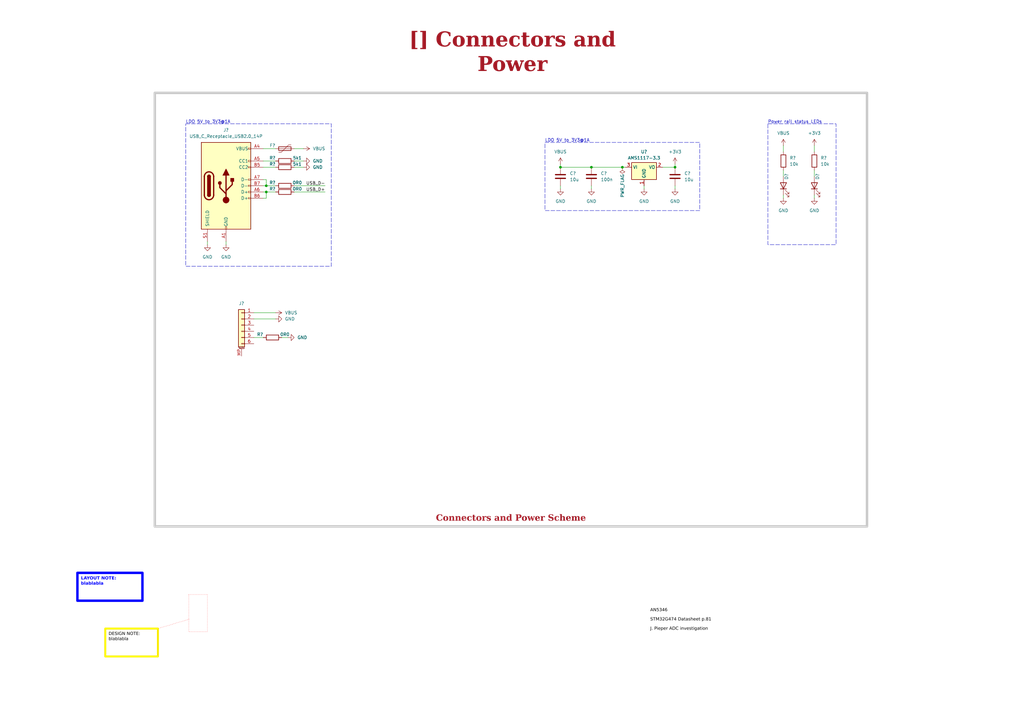
<source format=kicad_sch>
(kicad_sch (version 20231120) (generator "eeschema") (generator_version "8.0")
  (paper "A3")
  (title_block (title "Connectors and Power") (date "Last Modified Date") (rev "${REVISION}") (company "${COMPANY}"))
  (lib_symbols
    (symbol "Connector:USB_C_Receptacle_USB2.0_14P" (pin_names (offset 1.016))
      (property "Reference" "J" (at 0 22.225 0))
      (property "Value" "USB_C_Receptacle_USB2.0_14P" (at 0 19.685 0))
      (symbol "USB_C_Receptacle_USB2.0_14P_0_0"
        (rectangle (start -0.254 -17.78) (end 0.254 -16.764))
        (rectangle (start 10.16 -4.826) (end 9.144 -5.334))
        (rectangle (start 10.16 -2.286) (end 9.144 -2.794))
        (rectangle (start 10.16 0.254) (end 9.144 -0.254))
        (rectangle (start 10.16 2.794) (end 9.144 2.286))
        (rectangle (start 10.16 7.874) (end 9.144 7.366))
        (rectangle (start 10.16 10.414) (end 9.144 9.906))
        (rectangle (start 10.16 15.494) (end 9.144 14.986))
      )
      (symbol "USB_C_Receptacle_USB2.0_14P_0_1"
        (rectangle (start -10.16 17.78) (end 10.16 -17.78) (stroke (width 0.254)) (fill (type background)))
        (arc (start -8.89 -3.81) (mid -6.985 -5.7067) (end -5.08 -3.81) (stroke (width 0.508)))
        (arc (start -7.62 -3.81) (mid -6.985 -4.4423) (end -6.35 -3.81) (stroke (width 0.254)))
        (arc (start -7.62 -3.81) (mid -6.985 -4.4423) (end -6.35 -3.81) (stroke (width 0.254)) (fill (type outline)))
        (rectangle (start -7.62 -3.81) (end -6.35 3.81) (stroke (width 0.254)) (fill (type outline)))
        (arc (start -6.35 3.81) (mid -6.985 4.4423) (end -7.62 3.81) (stroke (width 0.254)))
        (arc (start -6.35 3.81) (mid -6.985 4.4423) (end -7.62 3.81) (stroke (width 0.254)) (fill (type outline)))
        (arc (start -5.08 3.81) (mid -6.985 5.7067) (end -8.89 3.81) (stroke (width 0.508)))
        (circle (center -2.54 1.143) (radius 0.635) (stroke (width 0.254)) (fill (type outline)))
        (circle (center 0 -5.842) (radius 1.27) (fill (type outline)))
        (polyline (pts (xy -8.89 -3.81) (xy -8.89 3.81)) (stroke (width 0.508)))
        (polyline (pts (xy -5.08 3.81) (xy -5.08 -3.81)) (stroke (width 0.508)))
        (polyline (pts (xy 0 -5.842) (xy 0 4.318)) (stroke (width 0.508)))
        (polyline (pts (xy 0 -3.302) (xy -2.54 -0.762) (xy -2.54 0.508)) (stroke (width 0.508)))
        (polyline (pts (xy 0 -2.032) (xy 2.54 0.508) (xy 2.54 1.778)) (stroke (width 0.508)))
        (polyline (pts (xy -1.27 4.318) (xy 0 6.858) (xy 1.27 4.318) (xy -1.27 4.318)) (stroke (width 0.254)) (fill (type outline)))
        (rectangle (start 1.905 1.778) (end 3.175 3.048) (stroke (width 0.254)) (fill (type outline)))
      )
      (symbol "USB_C_Receptacle_USB2.0_14P_1_1"
        (pin passive line (at 0 -22.86 90) (length 5.08) (name "GND") (number "A1"))
        (pin passive line (at 0 -22.86 90) (length 5.08) hide (name "GND") (number "A12"))
        (pin passive line (at 15.24 15.24 180) (length 5.08) (name "VBUS") (number "A4"))
        (pin bidirectional line (at 15.24 10.16 180) (length 5.08) (name "CC1") (number "A5"))
        (pin bidirectional line (at 15.24 -2.54 180) (length 5.08) (name "D+") (number "A6"))
        (pin bidirectional line (at 15.24 2.54 180) (length 5.08) (name "D-") (number "A7"))
        (pin passive line (at 15.24 15.24 180) (length 5.08) hide (name "VBUS") (number "A9"))
        (pin passive line (at 0 -22.86 90) (length 5.08) hide (name "GND") (number "B1"))
        (pin passive line (at 0 -22.86 90) (length 5.08) hide (name "GND") (number "B12"))
        (pin passive line (at 15.24 15.24 180) (length 5.08) hide (name "VBUS") (number "B4"))
        (pin bidirectional line (at 15.24 7.62 180) (length 5.08) (name "CC2") (number "B5"))
        (pin bidirectional line (at 15.24 -5.08 180) (length 5.08) (name "D+") (number "B6"))
        (pin bidirectional line (at 15.24 0 180) (length 5.08) (name "D-") (number "B7"))
        (pin passive line (at 15.24 15.24 180) (length 5.08) hide (name "VBUS") (number "B9"))
        (pin passive line (at -7.62 -22.86 90) (length 5.08) (name "SHIELD") (number "S1"))
      )
    )
    (symbol "Connector_Generic_MountingPin:Conn_01x06_MountingPin" (pin_names (offset 1.016) hide)
      (property "Reference" "J" (at 0 7.62 0))
      (property "Value" "Conn_01x06_MountingPin" (at 1.27 -10.16 0))
      (symbol "Conn_01x06_MountingPin_1_1"
        (rectangle (start -1.27 -7.493) (end 0 -7.747) (stroke (width 0.1524)))
        (rectangle (start -1.27 -4.953) (end 0 -5.207) (stroke (width 0.1524)))
        (rectangle (start -1.27 -2.413) (end 0 -2.667) (stroke (width 0.1524)))
        (rectangle (start -1.27 0.127) (end 0 -0.127) (stroke (width 0.1524)))
        (rectangle (start -1.27 2.667) (end 0 2.413) (stroke (width 0.1524)))
        (rectangle (start -1.27 5.207) (end 0 4.953) (stroke (width 0.1524)))
        (rectangle (start -1.27 6.35) (end 1.27 -8.89) (stroke (width 0.254)) (fill (type background)))
        (polyline (pts (xy -1.016 -9.652) (xy 1.016 -9.652)) (stroke (width 0.1524)))
        (text "Mounting" (at 0 -9.271 0) (effects (font (size 0.381 0.381))))
        (pin passive line (at -5.08 5.08 0) (length 3.81) (name "Pin_1") (number "1"))
        (pin passive line (at -5.08 2.54 0) (length 3.81) (name "Pin_2") (number "2"))
        (pin passive line (at -5.08 0 0) (length 3.81) (name "Pin_3") (number "3"))
        (pin passive line (at -5.08 -2.54 0) (length 3.81) (name "Pin_4") (number "4"))
        (pin passive line (at -5.08 -5.08 0) (length 3.81) (name "Pin_5") (number "5"))
        (pin passive line (at -5.08 -7.62 0) (length 3.81) (name "Pin_6") (number "6"))
        (pin passive line (at 0 -12.7 90) (length 3.048) (name "MountPin") (number "MP"))
      )
    )
    (symbol "Device:C" (pin_numbers hide) (pin_names (offset 0.254))
      (property "Reference" "C" (at 0.635 2.54 0))
      (property "Value" "C" (at 0.635 -2.54 0))
      (symbol "C_0_1"
        (polyline (pts (xy -2.032 -0.762) (xy 2.032 -0.762)) (stroke (width 0.508)))
        (polyline (pts (xy -2.032 0.762) (xy 2.032 0.762)) (stroke (width 0.508)))
      )
      (symbol "C_1_1"
        (pin passive line (at 0 3.81 270) (length 2.794) (name "~") (number "1"))
        (pin passive line (at 0 -3.81 90) (length 2.794) (name "~") (number "2"))
      )
    )
    (symbol "Device:LED" (pin_numbers hide) (pin_names (offset 1.016) hide)
      (property "Reference" "D" (at 0 2.54 0))
      (property "Value" "LED" (at 0 -2.54 0))
      (symbol "LED_0_1"
        (polyline (pts (xy -1.27 -1.27) (xy -1.27 1.27)) (stroke (width 0.254)))
        (polyline (pts (xy -1.27 0) (xy 1.27 0)))
        (polyline (pts (xy 1.27 -1.27) (xy 1.27 1.27) (xy -1.27 0) (xy 1.27 -1.27)) (stroke (width 0.254)))
        (polyline (pts (xy -3.048 -0.762) (xy -4.572 -2.286) (xy -3.81 -2.286) (xy -4.572 -2.286) (xy -4.572 -1.524)))
        (polyline (pts (xy -1.778 -0.762) (xy -3.302 -2.286) (xy -2.54 -2.286) (xy -3.302 -2.286) (xy -3.302 -1.524)))
      )
      (symbol "LED_1_1"
        (pin passive line (at -3.81 0 0) (length 2.54) (name "K") (number "1"))
        (pin passive line (at 3.81 0 180) (length 2.54) (name "A") (number "2"))
      )
    )
    (symbol "Device:Polyfuse" (pin_numbers hide) (pin_names (offset 0))
      (property "Reference" "F" (at -2.54 0 90))
      (property "Value" "Polyfuse" (at 2.54 0 90))
      (symbol "Polyfuse_0_1"
        (rectangle (start -0.762 2.54) (end 0.762 -2.54) (stroke (width 0.254)))
        (polyline (pts (xy 0 2.54) (xy 0 -2.54)))
        (polyline (pts (xy -1.524 2.54) (xy -1.524 1.524) (xy 1.524 -1.524) (xy 1.524 -2.54)))
      )
      (symbol "Polyfuse_1_1"
        (pin passive line (at 0 3.81 270) (length 1.27) (name "~") (number "1"))
        (pin passive line (at 0 -3.81 90) (length 1.27) (name "~") (number "2"))
      )
    )
    (symbol "Device:R" (pin_numbers hide) (pin_names (offset 0))
      (property "Reference" "R" (at 2.032 0 90))
      (property "Value" "R" (at 0 0 90))
      (symbol "R_0_1"
        (rectangle (start -1.016 -2.54) (end 1.016 2.54) (stroke (width 0.254)))
      )
      (symbol "R_1_1"
        (pin passive line (at 0 3.81 270) (length 1.27) (name "~") (number "1"))
        (pin passive line (at 0 -3.81 90) (length 1.27) (name "~") (number "2"))
      )
    )
    (symbol "Regulator_Linear:AMS1117-3.3"
      (property "Reference" "U" (at -3.81 3.175 0))
      (property "Value" "AMS1117-3.3" (at 0 3.175 0))
      (symbol "AMS1117-3.3_0_1"
        (rectangle (start -5.08 -5.08) (end 5.08 1.905) (stroke (width 0.254)) (fill (type background)))
      )
      (symbol "AMS1117-3.3_1_1"
        (pin power_in line (at 0 -7.62 90) (length 2.54) (name "GND") (number "1"))
        (pin power_out line (at 7.62 0 180) (length 2.54) (name "VO") (number "2"))
        (pin power_in line (at -7.62 0 0) (length 2.54) (name "VI") (number "3"))
      )
    )
    (symbol "power:+3V3" (power) (pin_names (offset 0))
      (property "Value" "+3V3" (at 0 3.556 0))
      (symbol "+3V3_0_1"
        (polyline (pts (xy -0.762 1.27) (xy 0 2.54)))
        (polyline (pts (xy 0 0) (xy 0 2.54)))
        (polyline (pts (xy 0 2.54) (xy 0.762 1.27)))
      )
      (symbol "+3V3_1_1"
        (pin power_in line (at 0 0 90) (length 0) hide (name "+3V3") (number "1"))
      )
    )
    (symbol "power:GND" (power) (pin_names (offset 0))
      (property "Value" "GND" (at 0 -3.81 0))
      (symbol "GND_0_1"
        (polyline (pts (xy 0 0) (xy 0 -1.27) (xy 1.27 -1.27) (xy 0 -2.54) (xy -1.27 -1.27) (xy 0 -1.27)))
      )
      (symbol "GND_1_1"
        (pin power_in line (at 0 0 270) (length 0) hide (name "GND") (number "1"))
      )
    )
    (symbol "power:PWR_FLAG" (power) (pin_numbers hide) (pin_names (offset 0) hide)
      (property "Value" "PWR_FLAG" (at 0 3.81 0))
      (symbol "PWR_FLAG_0_0"
        (pin power_out line (at 0 0 90) (length 0) (name "pwr") (number "1"))
      )
      (symbol "PWR_FLAG_0_1"
        (polyline (pts (xy 0 0) (xy 0 1.27) (xy -1.016 1.905) (xy 0 2.54) (xy 1.016 1.905) (xy 0 1.27)))
      )
    )
    (symbol "power:VBUS" (power) (pin_numbers hide) (pin_names (offset 0) hide)
      (property "Value" "VBUS" (at 0 3.556 0))
      (symbol "VBUS_0_1"
        (polyline (pts (xy -0.762 1.27) (xy 0 2.54)))
        (polyline (pts (xy 0 0) (xy 0 2.54)))
        (polyline (pts (xy 0 2.54) (xy 0.762 1.27)))
      )
      (symbol "VBUS_1_1"
        (pin power_in line (at 0 0 90) (length 0) (name "~") (number "1"))
      )
    )
  )
  (junction (at 229.87 68.58))
  (junction (at 255.27 68.58))
  (junction (at 109.22 76.2))
  (junction (at 242.57 68.58))
  (junction (at 276.86 68.58))
  (junction (at 109.22 78.74))
  (wire (pts (xy 229.87 67.31) (xy 229.87 68.58)))
  (wire (pts (xy 120.65 60.96) (xy 124.46 60.96)))
  (wire (pts (xy 321.31 80.01) (xy 321.31 81.28)))
  (wire (pts (xy 107.95 78.74) (xy 109.22 78.74)))
  (wire (pts (xy 334.01 80.01) (xy 334.01 81.28)))
  (wire (pts (xy 271.78 68.58) (xy 276.86 68.58)))
  (wire (pts (xy 276.86 76.2) (xy 276.86 77.47)))
  (wire (pts (xy 107.95 73.66) (xy 109.22 73.66)))
  (wire (pts (xy 107.95 138.43) (xy 104.14 138.43)))
  (wire (pts (xy 124.46 66.04) (xy 120.65 66.04)))
  (wire (pts (xy 255.27 68.58) (xy 256.54 68.58)))
  (wire (pts (xy 334.01 69.85) (xy 334.01 72.39)))
  (wire (pts (xy 109.22 81.28) (xy 109.22 78.74)))
  (wire (pts (xy 107.95 81.28) (xy 109.22 81.28)))
  (wire (pts (xy 107.95 66.04) (xy 113.03 66.04)))
  (wire (pts (xy 120.65 78.74) (xy 133.35 78.74)))
  (wire (pts (xy 109.22 76.2) (xy 113.03 76.2)))
  (wire (pts (xy 113.03 130.81) (xy 104.14 130.81)))
  (wire (pts (xy 334.01 59.69) (xy 334.01 62.23)))
  (wire (pts (xy 242.57 68.58) (xy 255.27 68.58)))
  (wire (pts (xy 107.95 76.2) (xy 109.22 76.2)))
  (wire (pts (xy 120.65 76.2) (xy 133.35 76.2)))
  (wire (pts (xy 276.86 67.31) (xy 276.86 68.58)))
  (wire (pts (xy 242.57 76.2) (xy 242.57 77.47)))
  (wire (pts (xy 92.71 100.33) (xy 92.71 99.06)))
  (wire (pts (xy 107.95 68.58) (xy 113.03 68.58)))
  (wire (pts (xy 229.87 76.2) (xy 229.87 77.47)))
  (wire (pts (xy 118.11 138.43) (xy 115.57 138.43)))
  (wire (pts (xy 124.46 68.58) (xy 120.65 68.58)))
  (wire (pts (xy 321.31 69.85) (xy 321.31 72.39)))
  (wire (pts (xy 85.09 100.33) (xy 85.09 99.06)))
  (polyline (pts (xy 77.47 254) (xy 64.77 257.81)) (stroke (width 0) (type dot) (color 255 0 0 1)))
  (wire (pts (xy 107.95 60.96) (xy 113.03 60.96)))
  (wire (pts (xy 321.31 59.69) (xy 321.31 62.23)))
  (wire (pts (xy 264.16 76.2) (xy 264.16 77.47)))
  (wire (pts (xy 109.22 73.66) (xy 109.22 76.2)))
  (wire (pts (xy 113.03 128.27) (xy 104.14 128.27)))
  (wire (pts (xy 109.22 78.74) (xy 113.03 78.74)))
  (wire (pts (xy 229.87 68.58) (xy 242.57 68.58)))
  (rectangle (start 77.47 243.84) (end 85.09 259.08) (stroke (width 0) (type dot) (color 255 0 0 1)))
  (rectangle (start 223.52 58.42) (end 287.02 86.36) (stroke (width 0) (type dash)))
  (rectangle (start 63.5 38.1) (end 355.6 215.9) (stroke (width 1) (color 200 200 200 1)))
  (rectangle (start 314.96 50.8) (end 342.9 100.33) (stroke (width 0) (type dash)))
  (rectangle (start 76.2 50.8) (end 135.89 109.22) (stroke (width 0) (type dash)))
  (text_box "LAYOUT NOTE:\nblablabla" (at 31.75 234.95 0) (size 26.67 11.43) (stroke (width 1) (color 0 0 255 1)) (effects (font (size 1.27 1.27) (thickness 0.4) (bold yes)) (justify left top)))
  (text_box "[${#}] ${TITLE}" (at 157.48 15.24 0) (size 105.41 12.7) (stroke (width -0.0001)) (effects (font (size 6 6) (thickness 1.2) (bold yes))))
  (text_box "Connectors and Power Scheme" (at 63.5 208.28 0) (size 292.1 7.62) (stroke (width -0.0001)) (effects (font (size 2.54 2.54) (thickness 0.508) (bold yes)) (justify bottom)))
  (text_box "DESIGN NOTE:\nblablabla" (at 43.18 257.81 0) (size 21.59 11.43) (stroke (width 0.8) (color 250 236 0 1)) (effects (font (size 1.27 1.27)) (justify left top)))
  (text "Power rail status LEDs" (at 314.96 50.8 0) (effects (font (size 1.27 1.27)) (justify left bottom)))
  (text "J. Pieper ADC investigation" (at 266.7 259.08 0) (effects (font (size 1.27 1.27)) (justify left bottom)))
  (text "LDO 5V to 3V3@1A" (at 223.52 58.42 0) (effects (font (size 1.27 1.27)) (justify left bottom)))
  (text "LDO 5V to 3V3@1A" (at 76.2 50.8 0) (effects (font (size 1.27 1.27)) (justify left bottom)))
  (text "STM32G474 Datasheet p.81" (at 266.7 255.27 0) (effects (font (size 1.27 1.27)) (justify left bottom)))
  (text "AN5346" (at 266.7 251.46 0) (effects (font (size 1.27 1.27)) (justify left bottom)))
  (label "USB_D+" (at 133.35 78.74 180))
  (label "USB_D-" (at 133.35 76.2 180))
  (symbol (lib_id "Device:R") (at 334.01 66.04 0) (unit 1)
    (property "Reference" "R?" (at 336.55 64.77 0) (effects (justify left)))
    (property "Value" "10k" (at 336.55 67.31 0) (effects (justify left)))
    (property "Footprint" "Resistor_SMD:R_0603_1608Metric" (effects (hide yes)))
  )
  (symbol (lib_id "Device:R") (at 321.31 66.04 0) (unit 1)
    (property "Reference" "R?" (at 323.85 64.77 0) (effects (justify left)))
    (property "Value" "10k" (at 323.85 67.31 0) (effects (justify left)))
    (property "Footprint" "Resistor_SMD:R_0603_1608Metric" (effects (hide yes)))
  )
  (symbol (lib_id "power:GND") (at 92.71 100.33 0) (unit 1)
    (property "Reference" "#PWR02" (effects (hide yes)))
    (property "Value" "GND" (at 92.71 105.41 0))
  )
  (symbol (lib_id "Device:R") (at 116.84 68.58 90) (unit 1)
    (property "Reference" "R?" (at 111.76 67.31 90))
    (property "Value" "5k1" (at 121.92 67.31 90))
    (property "Footprint" "Resistor_SMD:R_0603_1608Metric" (effects (hide yes)))
  )
  (symbol (lib_id "power:GND") (at 118.11 138.43 90) (unit 1)
    (property "Reference" "#PWR018" (effects (hide yes)))
    (property "Value" "GND" (at 121.92 138.4299 90) (effects (justify right)))
  )
  (symbol (lib_id "power:GND") (at 113.03 130.81 90) (unit 1)
    (property "Reference" "#PWR017" (effects (hide yes)))
    (property "Value" "GND" (at 116.84 130.8099 90) (effects (justify right)))
  )
  (symbol (lib_id "Connector:USB_C_Receptacle_USB2.0_14P") (at 92.71 76.2 0) (unit 1)
    (property "Reference" "J?" (at 92.71 53.34 0))
    (property "Value" "USB_C_Receptacle_USB2.0_14P" (at 92.71 55.88 0))
    (property "Datasheet" "https://www.usb.org/sites/default/files/documents/usb_type-c.zip" (effects (hide yes)))
    (property "Description" "USB 2.0-only 14P Type-C Receptacle connector" (effects (hide yes)))
  )
  (symbol (lib_id "power:VBUS") (at 229.87 67.31 0) (unit 1)
    (property "Reference" "#PWR06" (effects (hide yes)))
    (property "Value" "VBUS" (at 229.87 62.23 0))
    (property "Description" "Power symbol creates a global label with name \"VBUS\"" (effects (hide yes)))
  )
  (symbol (lib_id "power:GND") (at 264.16 77.47 0) (unit 1)
    (property "Reference" "#PWR09" (effects (hide yes)))
    (property "Value" "GND" (at 264.16 82.55 0))
  )
  (symbol (lib_id "power:+3V3") (at 276.86 67.31 0) (unit 1)
    (property "Reference" "#PWR010" (effects (hide yes)))
    (property "Value" "+3V3" (at 276.86 62.23 0))
  )
  (symbol (lib_id "Regulator_Linear:AMS1117-3.3") (at 264.16 68.58 0) (unit 1)
    (property "Reference" "U?" (at 264.16 62.23 0))
    (property "Value" "AMS1117-3.3" (at 264.16 64.77 0))
    (property "Footprint" "Package_TO_SOT_SMD:SOT-223-3_TabPin2" (effects (hide yes)))
    (property "Datasheet" "http://www.advanced-monolithic.com/pdf/ds1117.pdf" (effects (hide yes)))
  )
  (symbol (lib_id "power:GND") (at 124.46 66.04 90) (unit 1)
    (property "Reference" "#PWR04" (effects (hide yes)))
    (property "Value" "GND" (at 128.27 66.0399 90) (effects (justify right)))
  )
  (symbol (lib_id "power:VBUS") (at 113.03 128.27 270) (unit 1)
    (property "Reference" "#PWR016" (effects (hide yes)))
    (property "Value" "VBUS" (at 116.84 128.2699 90) (effects (justify left)))
    (property "Description" "Power symbol creates a global label with name \"VBUS\"" (effects (hide yes)))
  )
  (symbol (lib_id "power:VBUS") (at 124.46 60.96 270) (unit 1)
    (property "Reference" "#PWR03" (effects (hide yes)))
    (property "Value" "VBUS" (at 128.27 60.9599 90) (effects (justify left)))
    (property "Description" "Power symbol creates a global label with name \"VBUS\"" (effects (hide yes)))
  )
  (symbol (lib_id "power:GND") (at 276.86 77.47 0) (unit 1)
    (property "Reference" "#PWR011" (effects (hide yes)))
    (property "Value" "GND" (at 276.86 82.55 0))
  )
  (symbol (lib_id "Connector_Generic_MountingPin:Conn_01x06_MountingPin") (at 99.06 133.35 0) (mirror y) (unit 1)
    (property "Reference" "J?" (at 99.06 124.46 0))
    (property "Value" "Conn_01x06_MountingPin" (effects (hide yes)))
    (property "Footprint" "Connector_JST:JST_GH_BM06B-GHS-TBT_1x06-1MP_P1.25mm_Vertical" (effects (hide yes)))
    (property "Description" "Generic connectable mounting pin connector, single row, 01x06, script generated (kicad-library-utils/schlib/autogen/connector/)" (effects (hide yes)))
    (property "MFN" "BM06B-GHS-TBT" (effects (hide yes)))
  )
  (symbol (lib_id "Device:R") (at 116.84 78.74 90) (unit 1)
    (property "Reference" "R?" (at 111.76 77.47 90))
    (property "Value" "0R0" (at 121.92 77.47 90))
    (property "Footprint" "Resistor_SMD:R_0603_1608Metric" (effects (hide yes)))
  )
  (symbol (lib_id "Device:LED") (at 321.31 76.2 90) (unit 1)
    (property "Reference" "D?" (at 322.58 72.39 0))
    (property "Value" "LED" (effects (hide yes)))
    (property "Footprint" "LED_SMD:LED_0805_2012Metric" (effects (hide yes)))
  )
  (symbol (lib_id "power:GND") (at 242.57 77.47 0) (unit 1)
    (property "Reference" "#PWR08" (effects (hide yes)))
    (property "Value" "GND" (at 242.57 82.55 0))
  )
  (symbol (lib_id "power:VBUS") (at 321.31 59.69 0) (unit 1)
    (property "Reference" "#PWR012" (effects (hide yes)))
    (property "Value" "VBUS" (at 321.31 54.61 0))
    (property "Description" "Power symbol creates a global label with name \"VBUS\"" (effects (hide yes)))
  )
  (symbol (lib_id "power:GND") (at 334.01 81.28 0) (unit 1)
    (property "Reference" "#PWR015" (effects (hide yes)))
    (property "Value" "GND" (at 334.01 86.36 0))
  )
  (symbol (lib_id "power:GND") (at 85.09 100.33 0) (unit 1)
    (property "Reference" "#PWR01" (effects (hide yes)))
    (property "Value" "GND" (at 85.09 105.41 0))
  )
  (symbol (lib_id "Device:R") (at 116.84 66.04 90) (unit 1)
    (property "Reference" "R?" (at 111.76 64.77 90))
    (property "Value" "5k1" (at 121.92 64.77 90))
    (property "Footprint" "Resistor_SMD:R_0603_1608Metric" (effects (hide yes)))
  )
  (symbol (lib_id "Device:C") (at 276.86 72.39 0) (unit 1)
    (property "Reference" "C?" (at 280.67 71.12 0) (effects (justify left)))
    (property "Value" "10u" (at 280.67 73.66 0) (effects (justify left)))
    (property "Footprint" "Capacitor_SMD:C_0805_2012Metric" (effects (hide yes)))
  )
  (symbol (lib_id "Device:C") (at 242.57 72.39 0) (unit 1)
    (property "Reference" "C?" (at 246.38 71.12 0) (effects (justify left)))
    (property "Value" "100n" (at 246.38 73.66 0) (effects (justify left)))
    (property "Footprint" "Capacitor_SMD:C_0603_1608Metric" (effects (hide yes)))
  )
  (symbol (lib_id "Device:Polyfuse") (at 116.84 60.96 90) (unit 1)
    (property "Reference" "F?" (at 111.76 59.69 90))
    (property "Value" "Polyfuse" (effects (hide yes)))
    (property "Description" "Resettable fuse, polymeric positive temperature coefficient" (effects (hide yes)))
  )
  (symbol (lib_id "Device:R") (at 111.76 138.43 90) (unit 1)
    (property "Reference" "R?" (at 106.68 137.16 90))
    (property "Value" "0R0" (at 116.84 137.16 90))
    (property "Footprint" "Resistor_SMD:R_0603_1608Metric" (effects (hide yes)))
  )
  (symbol (lib_id "power:GND") (at 229.87 77.47 0) (unit 1)
    (property "Reference" "#PWR07" (effects (hide yes)))
    (property "Value" "GND" (at 229.87 82.55 0))
  )
  (symbol (lib_id "power:+3V3") (at 334.01 59.69 0) (unit 1)
    (property "Reference" "#PWR014" (effects (hide yes)))
    (property "Value" "+3V3" (at 334.01 54.61 0))
  )
  (symbol (lib_id "power:GND") (at 321.31 81.28 0) (unit 1)
    (property "Reference" "#PWR013" (effects (hide yes)))
    (property "Value" "GND" (at 321.31 86.36 0))
  )
  (symbol (lib_id "Device:R") (at 116.84 76.2 90) (unit 1)
    (property "Reference" "R?" (at 111.76 74.93 90))
    (property "Value" "0R0" (at 121.92 74.93 90))
    (property "Footprint" "Resistor_SMD:R_0603_1608Metric" (effects (hide yes)))
  )
  (symbol (lib_id "Device:LED") (at 334.01 76.2 90) (unit 1)
    (property "Reference" "D?" (at 335.28 72.39 0))
    (property "Value" "LED" (effects (hide yes)))
    (property "Footprint" "LED_SMD:LED_0805_2012Metric" (effects (hide yes)))
  )
  (symbol (lib_id "Device:C") (at 229.87 72.39 0) (unit 1)
    (property "Reference" "C?" (at 233.68 71.12 0) (effects (justify left)))
    (property "Value" "10u" (at 233.68 73.66 0) (effects (justify left)))
    (property "Footprint" "Capacitor_SMD:C_0805_2012Metric" (effects (hide yes)))
  )
  (symbol (lib_id "power:GND") (at 124.46 68.58 90) (unit 1)
    (property "Reference" "#PWR05" (effects (hide yes)))
    (property "Value" "GND" (at 128.27 68.5799 90) (effects (justify right)))
  )
  (symbol (lib_id "power:PWR_FLAG") (at 255.27 68.58 180) (unit 1)
    (property "Reference" "#FLG01" (effects (hide yes)))
    (property "Value" "PWR_FLAG" (at 255.27 76.2 90))
  )
)
</source>
